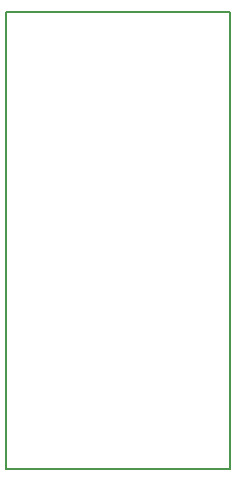
<source format=gbr>
G04 (created by PCBNEW-RS274X (2012-apr-16-27)-stable) date So 08 Sep 2013 13:16:25 CEST*
G01*
G70*
G90*
%MOIN*%
G04 Gerber Fmt 3.4, Leading zero omitted, Abs format*
%FSLAX34Y34*%
G04 APERTURE LIST*
%ADD10C,0.006000*%
%ADD11C,0.005000*%
G04 APERTURE END LIST*
G54D10*
G54D11*
X54280Y-30380D02*
X54280Y-45620D01*
X61720Y-30380D02*
X54280Y-30380D01*
X61720Y-45620D02*
X61720Y-30380D01*
X54280Y-45620D02*
X61720Y-45620D01*
M02*

</source>
